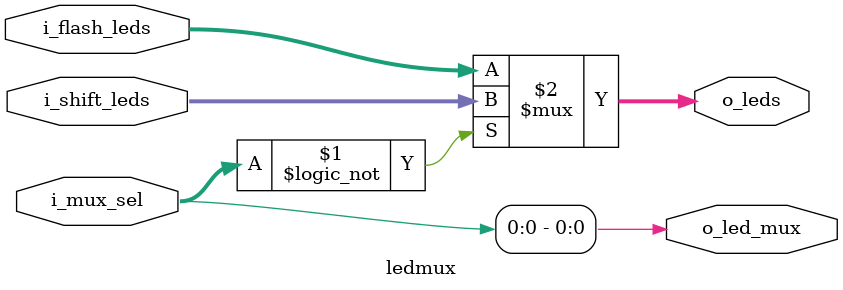
<source format=v>

module ledmux 
#(
	parameter N_LEDS = 4,
	parameter MUXSEL = 2	
)
(
	input [MUXSEL-1 : 0] i_mux_sel ,  			//btn[0] 
	input [N_LEDS -1 : 0] i_shift_leds,
	input [N_LEDS -1 : 0] i_flash_leds,  
	output [N_LEDS - 1 : 0] o_leds,
	output o_led_mux );

	
  	localparam SHIFT = 1'b0 ; 
  	localparam FLASH = 1'b1 ;


  	assign o_leds = (i_mux_sel == SHIFT) ? i_shift_leds : i_flash_leds;
 	assign o_led_mux = i_mux_sel ;

endmodule //ledmux
</source>
